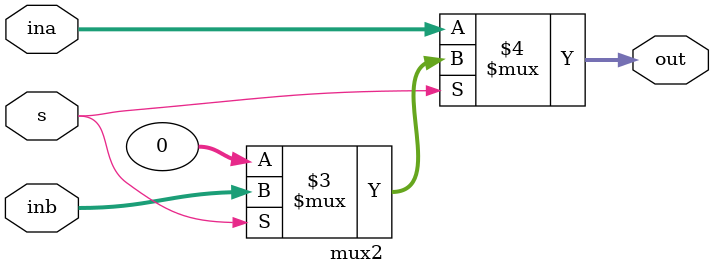
<source format=v>
`timescale 1ns / 1ps


module mux2
#(parameter N=32)
(
    input [N-1:0] ina, inb,
    input s,
    output [N-1:0] out
);
assign out = (s == 1'b0)?ina :
             (s == 1'b1)?inb :
             32'h00000000;
endmodule

</source>
